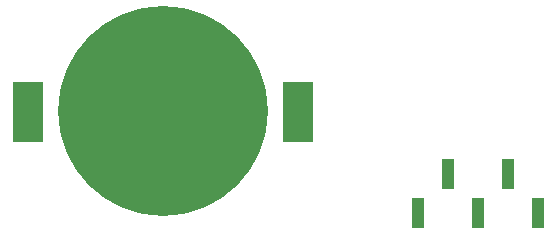
<source format=gbr>
G04 #@! TF.GenerationSoftware,KiCad,Pcbnew,5.0.1-33cea8e~68~ubuntu18.04.1*
G04 #@! TF.CreationDate,2018-11-21T15:29:58-05:00*
G04 #@! TF.ProjectId,Christmas_2018,4368726973746D61735F323031382E6B,A1*
G04 #@! TF.SameCoordinates,Original*
G04 #@! TF.FileFunction,Paste,Bot*
G04 #@! TF.FilePolarity,Positive*
%FSLAX46Y46*%
G04 Gerber Fmt 4.6, Leading zero omitted, Abs format (unit mm)*
G04 Created by KiCad (PCBNEW 5.0.1-33cea8e~68~ubuntu18.04.1) date Wed 21 Nov 2018 03:29:58 PM EST*
%MOMM*%
%LPD*%
G01*
G04 APERTURE LIST*
%ADD10R,2.540000X5.080000*%
%ADD11C,17.780001*%
%ADD12R,1.000000X2.510000*%
G04 APERTURE END LIST*
D10*
G04 #@! TO.C,U2*
X121920000Y-108712000D03*
X144780000Y-108712000D03*
D11*
X133350000Y-108585000D03*
G04 #@! TD*
D12*
G04 #@! TO.C,J1*
X165100000Y-117225000D03*
X160020000Y-117225000D03*
X154940000Y-117225000D03*
X162560000Y-113915000D03*
X157480000Y-113915000D03*
G04 #@! TD*
M02*

</source>
